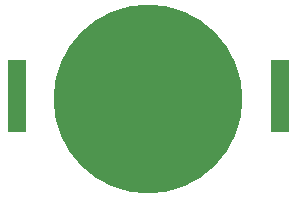
<source format=gbp>
G04 #@! TF.GenerationSoftware,KiCad,Pcbnew,8.0.2*
G04 #@! TF.CreationDate,2024-06-12T11:35:42-07:00*
G04 #@! TF.ProjectId,fuck-sao,6675636b-2d73-4616-9f2e-6b696361645f,rev?*
G04 #@! TF.SameCoordinates,Original*
G04 #@! TF.FileFunction,Paste,Bot*
G04 #@! TF.FilePolarity,Positive*
%FSLAX46Y46*%
G04 Gerber Fmt 4.6, Leading zero omitted, Abs format (unit mm)*
G04 Created by KiCad (PCBNEW 8.0.2) date 2024-06-12 11:35:42*
%MOMM*%
%LPD*%
G01*
G04 APERTURE LIST*
%ADD10R,1.650000X6.100000*%
%ADD11O,16.000000X16.000000*%
G04 APERTURE END LIST*
D10*
X88824900Y-51996000D03*
X66575100Y-51996000D03*
D11*
X77700000Y-52250000D03*
M02*

</source>
